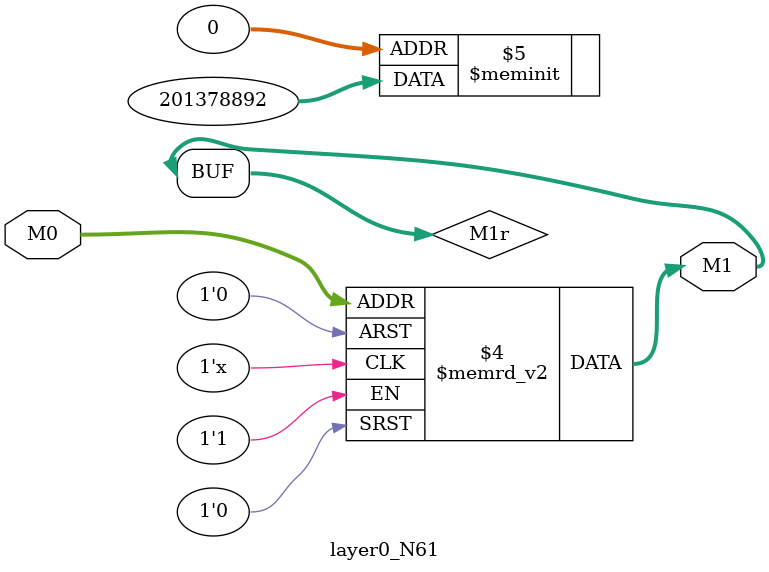
<source format=v>
module layer0_N61 ( input [3:0] M0, output [1:0] M1 );

	(*rom_style = "distributed" *) reg [1:0] M1r;
	assign M1 = M1r;
	always @ (M0) begin
		case (M0)
			4'b0000: M1r = 2'b00;
			4'b1000: M1r = 2'b00;
			4'b0100: M1r = 2'b00;
			4'b1100: M1r = 2'b00;
			4'b0010: M1r = 2'b00;
			4'b1010: M1r = 2'b00;
			4'b0110: M1r = 2'b00;
			4'b1110: M1r = 2'b00;
			4'b0001: M1r = 2'b11;
			4'b1001: M1r = 2'b00;
			4'b0101: M1r = 2'b11;
			4'b1101: M1r = 2'b11;
			4'b0011: M1r = 2'b01;
			4'b1011: M1r = 2'b00;
			4'b0111: M1r = 2'b11;
			4'b1111: M1r = 2'b00;

		endcase
	end
endmodule

</source>
